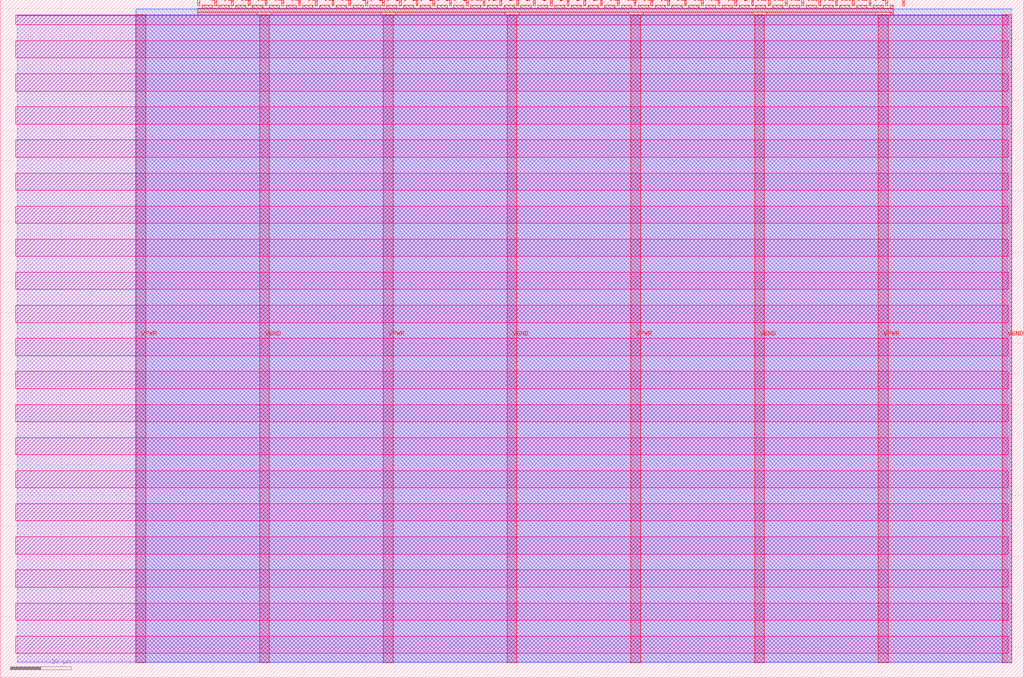
<source format=lef>
VERSION 5.7 ;
  NOWIREEXTENSIONATPIN ON ;
  DIVIDERCHAR "/" ;
  BUSBITCHARS "[]" ;
MACRO tt_um_wokwi_380408784463076353
  CLASS BLOCK ;
  FOREIGN tt_um_wokwi_380408784463076353 ;
  ORIGIN 0.000 0.000 ;
  SIZE 168.360 BY 111.520 ;
  PIN VGND
    DIRECTION INOUT ;
    USE GROUND ;
    PORT
      LAYER met4 ;
        RECT 42.670 2.480 44.270 109.040 ;
    END
    PORT
      LAYER met4 ;
        RECT 83.380 2.480 84.980 109.040 ;
    END
    PORT
      LAYER met4 ;
        RECT 124.090 2.480 125.690 109.040 ;
    END
    PORT
      LAYER met4 ;
        RECT 164.800 2.480 166.400 109.040 ;
    END
  END VGND
  PIN VPWR
    DIRECTION INOUT ;
    USE POWER ;
    PORT
      LAYER met4 ;
        RECT 22.315 2.480 23.915 109.040 ;
    END
    PORT
      LAYER met4 ;
        RECT 63.025 2.480 64.625 109.040 ;
    END
    PORT
      LAYER met4 ;
        RECT 103.735 2.480 105.335 109.040 ;
    END
    PORT
      LAYER met4 ;
        RECT 144.445 2.480 146.045 109.040 ;
    END
  END VPWR
  PIN clk
    DIRECTION INPUT ;
    USE SIGNAL ;
    ANTENNAGATEAREA 0.159000 ;
    PORT
      LAYER met4 ;
        RECT 145.670 110.520 145.970 111.520 ;
    END
  END clk
  PIN ena
    DIRECTION INPUT ;
    USE SIGNAL ;
    PORT
      LAYER met4 ;
        RECT 148.430 110.520 148.730 111.520 ;
    END
  END ena
  PIN rst_n
    DIRECTION INPUT ;
    USE SIGNAL ;
    PORT
      LAYER met4 ;
        RECT 142.910 110.520 143.210 111.520 ;
    END
  END rst_n
  PIN ui_in[0]
    DIRECTION INPUT ;
    USE SIGNAL ;
    PORT
      LAYER met4 ;
        RECT 140.150 110.520 140.450 111.520 ;
    END
  END ui_in[0]
  PIN ui_in[1]
    DIRECTION INPUT ;
    USE SIGNAL ;
    PORT
      LAYER met4 ;
        RECT 137.390 110.520 137.690 111.520 ;
    END
  END ui_in[1]
  PIN ui_in[2]
    DIRECTION INPUT ;
    USE SIGNAL ;
    PORT
      LAYER met4 ;
        RECT 134.630 110.520 134.930 111.520 ;
    END
  END ui_in[2]
  PIN ui_in[3]
    DIRECTION INPUT ;
    USE SIGNAL ;
    PORT
      LAYER met4 ;
        RECT 131.870 110.520 132.170 111.520 ;
    END
  END ui_in[3]
  PIN ui_in[4]
    DIRECTION INPUT ;
    USE SIGNAL ;
    PORT
      LAYER met4 ;
        RECT 129.110 110.520 129.410 111.520 ;
    END
  END ui_in[4]
  PIN ui_in[5]
    DIRECTION INPUT ;
    USE SIGNAL ;
    PORT
      LAYER met4 ;
        RECT 126.350 110.520 126.650 111.520 ;
    END
  END ui_in[5]
  PIN ui_in[6]
    DIRECTION INPUT ;
    USE SIGNAL ;
    PORT
      LAYER met4 ;
        RECT 123.590 110.520 123.890 111.520 ;
    END
  END ui_in[6]
  PIN ui_in[7]
    DIRECTION INPUT ;
    USE SIGNAL ;
    PORT
      LAYER met4 ;
        RECT 120.830 110.520 121.130 111.520 ;
    END
  END ui_in[7]
  PIN uio_in[0]
    DIRECTION INPUT ;
    USE SIGNAL ;
    PORT
      LAYER met4 ;
        RECT 118.070 110.520 118.370 111.520 ;
    END
  END uio_in[0]
  PIN uio_in[1]
    DIRECTION INPUT ;
    USE SIGNAL ;
    PORT
      LAYER met4 ;
        RECT 115.310 110.520 115.610 111.520 ;
    END
  END uio_in[1]
  PIN uio_in[2]
    DIRECTION INPUT ;
    USE SIGNAL ;
    PORT
      LAYER met4 ;
        RECT 112.550 110.520 112.850 111.520 ;
    END
  END uio_in[2]
  PIN uio_in[3]
    DIRECTION INPUT ;
    USE SIGNAL ;
    PORT
      LAYER met4 ;
        RECT 109.790 110.520 110.090 111.520 ;
    END
  END uio_in[3]
  PIN uio_in[4]
    DIRECTION INPUT ;
    USE SIGNAL ;
    PORT
      LAYER met4 ;
        RECT 107.030 110.520 107.330 111.520 ;
    END
  END uio_in[4]
  PIN uio_in[5]
    DIRECTION INPUT ;
    USE SIGNAL ;
    PORT
      LAYER met4 ;
        RECT 104.270 110.520 104.570 111.520 ;
    END
  END uio_in[5]
  PIN uio_in[6]
    DIRECTION INPUT ;
    USE SIGNAL ;
    PORT
      LAYER met4 ;
        RECT 101.510 110.520 101.810 111.520 ;
    END
  END uio_in[6]
  PIN uio_in[7]
    DIRECTION INPUT ;
    USE SIGNAL ;
    PORT
      LAYER met4 ;
        RECT 98.750 110.520 99.050 111.520 ;
    END
  END uio_in[7]
  PIN uio_oe[0]
    DIRECTION OUTPUT TRISTATE ;
    USE SIGNAL ;
    PORT
      LAYER met4 ;
        RECT 51.830 110.520 52.130 111.520 ;
    END
  END uio_oe[0]
  PIN uio_oe[1]
    DIRECTION OUTPUT TRISTATE ;
    USE SIGNAL ;
    PORT
      LAYER met4 ;
        RECT 49.070 110.520 49.370 111.520 ;
    END
  END uio_oe[1]
  PIN uio_oe[2]
    DIRECTION OUTPUT TRISTATE ;
    USE SIGNAL ;
    PORT
      LAYER met4 ;
        RECT 46.310 110.520 46.610 111.520 ;
    END
  END uio_oe[2]
  PIN uio_oe[3]
    DIRECTION OUTPUT TRISTATE ;
    USE SIGNAL ;
    PORT
      LAYER met4 ;
        RECT 43.550 110.520 43.850 111.520 ;
    END
  END uio_oe[3]
  PIN uio_oe[4]
    DIRECTION OUTPUT TRISTATE ;
    USE SIGNAL ;
    PORT
      LAYER met4 ;
        RECT 40.790 110.520 41.090 111.520 ;
    END
  END uio_oe[4]
  PIN uio_oe[5]
    DIRECTION OUTPUT TRISTATE ;
    USE SIGNAL ;
    PORT
      LAYER met4 ;
        RECT 38.030 110.520 38.330 111.520 ;
    END
  END uio_oe[5]
  PIN uio_oe[6]
    DIRECTION OUTPUT TRISTATE ;
    USE SIGNAL ;
    PORT
      LAYER met4 ;
        RECT 35.270 110.520 35.570 111.520 ;
    END
  END uio_oe[6]
  PIN uio_oe[7]
    DIRECTION OUTPUT TRISTATE ;
    USE SIGNAL ;
    PORT
      LAYER met4 ;
        RECT 32.510 110.520 32.810 111.520 ;
    END
  END uio_oe[7]
  PIN uio_out[0]
    DIRECTION OUTPUT TRISTATE ;
    USE SIGNAL ;
    PORT
      LAYER met4 ;
        RECT 73.910 110.520 74.210 111.520 ;
    END
  END uio_out[0]
  PIN uio_out[1]
    DIRECTION OUTPUT TRISTATE ;
    USE SIGNAL ;
    PORT
      LAYER met4 ;
        RECT 71.150 110.520 71.450 111.520 ;
    END
  END uio_out[1]
  PIN uio_out[2]
    DIRECTION OUTPUT TRISTATE ;
    USE SIGNAL ;
    PORT
      LAYER met4 ;
        RECT 68.390 110.520 68.690 111.520 ;
    END
  END uio_out[2]
  PIN uio_out[3]
    DIRECTION OUTPUT TRISTATE ;
    USE SIGNAL ;
    PORT
      LAYER met4 ;
        RECT 65.630 110.520 65.930 111.520 ;
    END
  END uio_out[3]
  PIN uio_out[4]
    DIRECTION OUTPUT TRISTATE ;
    USE SIGNAL ;
    PORT
      LAYER met4 ;
        RECT 62.870 110.520 63.170 111.520 ;
    END
  END uio_out[4]
  PIN uio_out[5]
    DIRECTION OUTPUT TRISTATE ;
    USE SIGNAL ;
    PORT
      LAYER met4 ;
        RECT 60.110 110.520 60.410 111.520 ;
    END
  END uio_out[5]
  PIN uio_out[6]
    DIRECTION OUTPUT TRISTATE ;
    USE SIGNAL ;
    PORT
      LAYER met4 ;
        RECT 57.350 110.520 57.650 111.520 ;
    END
  END uio_out[6]
  PIN uio_out[7]
    DIRECTION OUTPUT TRISTATE ;
    USE SIGNAL ;
    PORT
      LAYER met4 ;
        RECT 54.590 110.520 54.890 111.520 ;
    END
  END uio_out[7]
  PIN uo_out[0]
    DIRECTION OUTPUT TRISTATE ;
    USE SIGNAL ;
    ANTENNADIFFAREA 0.795200 ;
    PORT
      LAYER met4 ;
        RECT 95.990 110.520 96.290 111.520 ;
    END
  END uo_out[0]
  PIN uo_out[1]
    DIRECTION OUTPUT TRISTATE ;
    USE SIGNAL ;
    ANTENNADIFFAREA 0.445500 ;
    PORT
      LAYER met4 ;
        RECT 93.230 110.520 93.530 111.520 ;
    END
  END uo_out[1]
  PIN uo_out[2]
    DIRECTION OUTPUT TRISTATE ;
    USE SIGNAL ;
    ANTENNADIFFAREA 0.445500 ;
    PORT
      LAYER met4 ;
        RECT 90.470 110.520 90.770 111.520 ;
    END
  END uo_out[2]
  PIN uo_out[3]
    DIRECTION OUTPUT TRISTATE ;
    USE SIGNAL ;
    ANTENNADIFFAREA 0.445500 ;
    PORT
      LAYER met4 ;
        RECT 87.710 110.520 88.010 111.520 ;
    END
  END uo_out[3]
  PIN uo_out[4]
    DIRECTION OUTPUT TRISTATE ;
    USE SIGNAL ;
    ANTENNADIFFAREA 0.445500 ;
    PORT
      LAYER met4 ;
        RECT 84.950 110.520 85.250 111.520 ;
    END
  END uo_out[4]
  PIN uo_out[5]
    DIRECTION OUTPUT TRISTATE ;
    USE SIGNAL ;
    ANTENNADIFFAREA 0.445500 ;
    PORT
      LAYER met4 ;
        RECT 82.190 110.520 82.490 111.520 ;
    END
  END uo_out[5]
  PIN uo_out[6]
    DIRECTION OUTPUT TRISTATE ;
    USE SIGNAL ;
    ANTENNADIFFAREA 0.445500 ;
    PORT
      LAYER met4 ;
        RECT 79.430 110.520 79.730 111.520 ;
    END
  END uo_out[6]
  PIN uo_out[7]
    DIRECTION OUTPUT TRISTATE ;
    USE SIGNAL ;
    ANTENNADIFFAREA 0.795200 ;
    PORT
      LAYER met4 ;
        RECT 76.670 110.520 76.970 111.520 ;
    END
  END uo_out[7]
  OBS
      LAYER nwell ;
        RECT 2.570 107.385 165.790 108.990 ;
        RECT 2.570 101.945 165.790 104.775 ;
        RECT 2.570 96.505 165.790 99.335 ;
        RECT 2.570 91.065 165.790 93.895 ;
        RECT 2.570 85.625 165.790 88.455 ;
        RECT 2.570 80.185 165.790 83.015 ;
        RECT 2.570 74.745 165.790 77.575 ;
        RECT 2.570 69.305 165.790 72.135 ;
        RECT 2.570 63.865 165.790 66.695 ;
        RECT 2.570 58.425 165.790 61.255 ;
        RECT 2.570 52.985 165.790 55.815 ;
        RECT 2.570 47.545 165.790 50.375 ;
        RECT 2.570 42.105 165.790 44.935 ;
        RECT 2.570 36.665 165.790 39.495 ;
        RECT 2.570 31.225 165.790 34.055 ;
        RECT 2.570 25.785 165.790 28.615 ;
        RECT 2.570 20.345 165.790 23.175 ;
        RECT 2.570 14.905 165.790 17.735 ;
        RECT 2.570 9.465 165.790 12.295 ;
        RECT 2.570 4.025 165.790 6.855 ;
      LAYER li1 ;
        RECT 2.760 2.635 165.600 108.885 ;
      LAYER met1 ;
        RECT 2.760 2.480 166.400 109.040 ;
      LAYER met2 ;
        RECT 22.345 2.535 166.370 110.005 ;
      LAYER met3 ;
        RECT 22.325 2.555 166.390 109.985 ;
      LAYER met4 ;
        RECT 33.210 110.120 34.870 110.650 ;
        RECT 35.970 110.120 37.630 110.650 ;
        RECT 38.730 110.120 40.390 110.650 ;
        RECT 41.490 110.120 43.150 110.650 ;
        RECT 44.250 110.120 45.910 110.650 ;
        RECT 47.010 110.120 48.670 110.650 ;
        RECT 49.770 110.120 51.430 110.650 ;
        RECT 52.530 110.120 54.190 110.650 ;
        RECT 55.290 110.120 56.950 110.650 ;
        RECT 58.050 110.120 59.710 110.650 ;
        RECT 60.810 110.120 62.470 110.650 ;
        RECT 63.570 110.120 65.230 110.650 ;
        RECT 66.330 110.120 67.990 110.650 ;
        RECT 69.090 110.120 70.750 110.650 ;
        RECT 71.850 110.120 73.510 110.650 ;
        RECT 74.610 110.120 76.270 110.650 ;
        RECT 77.370 110.120 79.030 110.650 ;
        RECT 80.130 110.120 81.790 110.650 ;
        RECT 82.890 110.120 84.550 110.650 ;
        RECT 85.650 110.120 87.310 110.650 ;
        RECT 88.410 110.120 90.070 110.650 ;
        RECT 91.170 110.120 92.830 110.650 ;
        RECT 93.930 110.120 95.590 110.650 ;
        RECT 96.690 110.120 98.350 110.650 ;
        RECT 99.450 110.120 101.110 110.650 ;
        RECT 102.210 110.120 103.870 110.650 ;
        RECT 104.970 110.120 106.630 110.650 ;
        RECT 107.730 110.120 109.390 110.650 ;
        RECT 110.490 110.120 112.150 110.650 ;
        RECT 113.250 110.120 114.910 110.650 ;
        RECT 116.010 110.120 117.670 110.650 ;
        RECT 118.770 110.120 120.430 110.650 ;
        RECT 121.530 110.120 123.190 110.650 ;
        RECT 124.290 110.120 125.950 110.650 ;
        RECT 127.050 110.120 128.710 110.650 ;
        RECT 129.810 110.120 131.470 110.650 ;
        RECT 132.570 110.120 134.230 110.650 ;
        RECT 135.330 110.120 136.990 110.650 ;
        RECT 138.090 110.120 139.750 110.650 ;
        RECT 140.850 110.120 142.510 110.650 ;
        RECT 143.610 110.120 145.270 110.650 ;
        RECT 146.370 110.120 146.905 110.650 ;
        RECT 32.495 109.440 146.905 110.120 ;
        RECT 32.495 108.975 42.270 109.440 ;
        RECT 44.670 108.975 62.625 109.440 ;
        RECT 65.025 108.975 82.980 109.440 ;
        RECT 85.380 108.975 103.335 109.440 ;
        RECT 105.735 108.975 123.690 109.440 ;
        RECT 126.090 108.975 144.045 109.440 ;
        RECT 146.445 108.975 146.905 109.440 ;
  END
END tt_um_wokwi_380408784463076353
END LIBRARY


</source>
